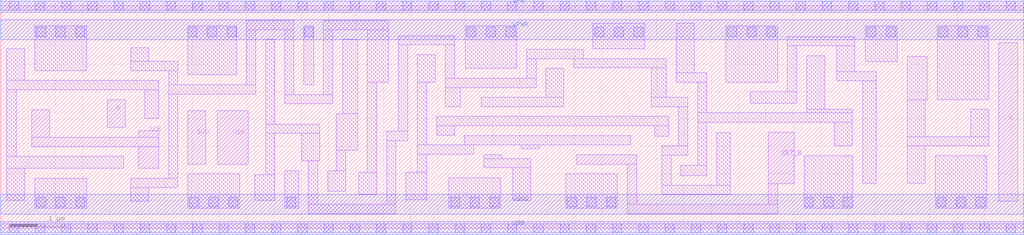
<source format=lef>
# Copyright 2020 The SkyWater PDK Authors
#
# Licensed under the Apache License, Version 2.0 (the "License");
# you may not use this file except in compliance with the License.
# You may obtain a copy of the License at
#
#     https://www.apache.org/licenses/LICENSE-2.0
#
# Unless required by applicable law or agreed to in writing, software
# distributed under the License is distributed on an "AS IS" BASIS,
# WITHOUT WARRANTIES OR CONDITIONS OF ANY KIND, either express or implied.
# See the License for the specific language governing permissions and
# limitations under the License.
#
# SPDX-License-Identifier: Apache-2.0

VERSION 5.7 ;
  NAMESCASESENSITIVE ON ;
  NOWIREEXTENSIONATPIN ON ;
  DIVIDERCHAR "/" ;
  BUSBITCHARS "[]" ;
UNITS
  DATABASE MICRONS 200 ;
END UNITS
MACRO sky130_fd_sc_hvl__sdfstp_1
  CLASS CORE ;
  SOURCE USER ;
  FOREIGN sky130_fd_sc_hvl__sdfstp_1 ;
  ORIGIN  0.000000  0.000000 ;
  SIZE  18.72000 BY  4.070000 ;
  SYMMETRY X Y ;
  SITE unithv ;
  PIN D
    ANTENNAGATEAREA  0.420000 ;
    DIRECTION INPUT ;
    USE SIGNAL ;
    PORT
      LAYER li1 ;
        RECT 1.945000 1.845000 2.275000 2.355000 ;
    END
  END D
  PIN Q
    ANTENNADIFFAREA  0.478750 ;
    DIRECTION OUTPUT ;
    USE SIGNAL ;
    PORT
      LAYER li1 ;
        RECT 18.260000 0.495000 18.610000 3.395000 ;
    END
  END Q
  PIN SCD
    ANTENNAGATEAREA  0.420000 ;
    DIRECTION INPUT ;
    USE SIGNAL ;
    PORT
      LAYER li1 ;
        RECT 3.420000 1.175000 3.750000 2.150000 ;
    END
  END SCD
  PIN SCE
    ANTENNAGATEAREA  0.840000 ;
    DIRECTION INPUT ;
    USE SIGNAL ;
    PORT
      LAYER li1 ;
        RECT 0.565000 1.495000 2.890000 1.665000 ;
        RECT 0.565000 1.665000 0.895000 2.165000 ;
        RECT 2.525000 1.095000 2.890000 1.495000 ;
        RECT 2.525000 1.665000 2.890000 1.780000 ;
    END
  END SCE
  PIN SET_B
    ANTENNAGATEAREA  0.840000 ;
    DIRECTION INPUT ;
    USE SIGNAL ;
    PORT
      LAYER li1 ;
        RECT 10.535000 1.175000 11.635000 1.345000 ;
        RECT 11.465000 0.265000 14.215000 0.435000 ;
        RECT 11.465000 0.435000 11.635000 1.175000 ;
        RECT 14.045000 0.435000 14.215000 0.810000 ;
        RECT 14.045000 0.810000 14.520000 1.760000 ;
    END
  END SET_B
  PIN CLK
    ANTENNAGATEAREA  0.585000 ;
    DIRECTION INPUT ;
    USE CLOCK ;
    PORT
      LAYER li1 ;
        RECT 3.965000 1.175000 4.525000 2.150000 ;
    END
  END CLK
  PIN VGND
    DIRECTION INOUT ;
    USE GROUND ;
    PORT
      LAYER met1 ;
        RECT 0.000000 0.255000 18.720000 0.625000 ;
    END
  END VGND
  PIN VNB
    DIRECTION INOUT ;
    USE GROUND ;
    PORT
      LAYER met1 ;
        RECT 0.000000 -0.115000 18.720000 0.115000 ;
    END
  END VNB
  PIN VPB
    DIRECTION INOUT ;
    USE POWER ;
    PORT
      LAYER met1 ;
        RECT 0.000000 3.955000 18.720000 4.185000 ;
    END
  END VPB
  PIN VPWR
    DIRECTION INOUT ;
    USE POWER ;
    PORT
      LAYER met1 ;
        RECT 0.000000 3.445000 18.720000 3.815000 ;
    END
  END VPWR
  OBS
    LAYER li1 ;
      RECT  0.000000 -0.085000 18.720000 0.085000 ;
      RECT  0.000000  3.985000 18.720000 4.155000 ;
      RECT  0.110000  0.515000  0.440000 1.095000 ;
      RECT  0.110000  1.095000  2.255000 1.315000 ;
      RECT  0.110000  1.315000  0.280000 2.535000 ;
      RECT  0.110000  2.535000  2.890000 2.705000 ;
      RECT  0.110000  2.705000  0.440000 3.285000 ;
      RECT  0.620000  0.365000  1.570000 0.915000 ;
      RECT  0.620000  2.885000  1.570000 3.705000 ;
      RECT  2.380000  0.495000  2.710000 0.745000 ;
      RECT  2.380000  0.745000  3.240000 0.915000 ;
      RECT  2.380000  2.885000  3.240000 3.055000 ;
      RECT  2.380000  3.055000  2.710000 3.305000 ;
      RECT  2.635000  2.015000  2.890000 2.535000 ;
      RECT  3.070000  0.915000  3.240000 2.455000 ;
      RECT  3.070000  2.455000  4.665000 2.625000 ;
      RECT  3.070000  2.625000  3.240000 2.885000 ;
      RECT  3.420000  0.365000  4.370000 0.995000 ;
      RECT  3.420000  2.805000  4.315000 3.705000 ;
      RECT  4.495000  2.625000  4.665000 3.635000 ;
      RECT  4.495000  3.635000  5.365000 3.805000 ;
      RECT  4.650000  0.515000  5.015000 0.975000 ;
      RECT  4.845000  0.975000  5.015000 1.735000 ;
      RECT  4.845000  1.735000  5.835000 1.905000 ;
      RECT  4.845000  1.905000  5.015000 3.455000 ;
      RECT  5.195000  2.275000  6.075000 2.445000 ;
      RECT  5.195000  2.445000  5.365000 3.635000 ;
      RECT  5.200000  0.365000  5.450000 1.055000 ;
      RECT  5.505000  1.235000  5.835000 1.735000 ;
      RECT  5.545000  2.625000  5.725000 3.705000 ;
      RECT  5.630000  0.265000  7.230000 0.435000 ;
      RECT  5.630000  0.435000  5.800000 1.235000 ;
      RECT  5.905000  2.445000  6.075000 3.635000 ;
      RECT  5.905000  3.635000  7.095000 3.805000 ;
      RECT  5.980000  0.675000  6.310000 1.055000 ;
      RECT  6.140000  1.055000  6.310000 1.425000 ;
      RECT  6.140000  1.425000  6.530000 2.095000 ;
      RECT  6.255000  2.095000  6.530000 3.455000 ;
      RECT  6.550000  0.615000  6.880000 1.025000 ;
      RECT  6.710000  1.025000  6.880000 2.675000 ;
      RECT  6.710000  2.675000  7.095000 3.635000 ;
      RECT  7.060000  0.435000  7.230000 1.605000 ;
      RECT  7.060000  1.605000  7.445000 1.775000 ;
      RECT  7.275000  1.775000  7.445000 3.355000 ;
      RECT  7.275000  3.355000  8.305000 3.525000 ;
      RECT  7.410000  0.525000  7.795000 1.025000 ;
      RECT  7.625000  1.025000  7.795000 1.355000 ;
      RECT  7.625000  1.355000  8.655000 1.525000 ;
      RECT  7.625000  1.525000  7.795000 2.675000 ;
      RECT  7.625000  2.675000  7.955000 3.175000 ;
      RECT  7.975000  1.705000  8.305000 1.875000 ;
      RECT  7.975000  1.875000 12.220000 2.045000 ;
      RECT  8.135000  2.225000  8.410000 2.575000 ;
      RECT  8.135000  2.575000  9.795000 2.745000 ;
      RECT  8.135000  2.745000  8.305000 3.355000 ;
      RECT  8.200000  0.365000  9.150000 0.925000 ;
      RECT  8.485000  1.525000 11.525000 1.695000 ;
      RECT  8.495000  2.925000  9.445000 3.705000 ;
      RECT  8.790000  2.225000 10.305000 2.395000 ;
      RECT  8.835000  1.105000  9.700000 1.275000 ;
      RECT  8.835000  1.275000  9.165000 1.345000 ;
      RECT  9.370000  0.515000  9.700000 1.105000 ;
      RECT  9.520000  1.455000  9.850000 1.525000 ;
      RECT  9.625000  2.745000  9.795000 3.105000 ;
      RECT  9.625000  3.105000 10.655000 3.275000 ;
      RECT  9.975000  2.395000 10.305000 2.925000 ;
      RECT 10.335000  0.365000 11.285000 0.995000 ;
      RECT 10.485000  2.935000 12.180000 3.105000 ;
      RECT 10.835000  3.285000 11.785000 3.755000 ;
      RECT 11.905000  2.225000 12.570000 2.395000 ;
      RECT 11.905000  2.395000 12.180000 2.935000 ;
      RECT 11.970000  1.685000 12.220000 1.875000 ;
      RECT 12.095000  0.615000 13.350000 0.785000 ;
      RECT 12.095000  0.785000 12.265000 1.335000 ;
      RECT 12.095000  1.335000 12.570000 1.505000 ;
      RECT 12.360000  2.675000 12.920000 2.845000 ;
      RECT 12.360000  2.845000 12.690000 3.755000 ;
      RECT 12.400000  1.505000 12.570000 2.225000 ;
      RECT 12.445000  0.965000 12.920000 1.155000 ;
      RECT 12.750000  1.155000 12.920000 1.940000 ;
      RECT 12.750000  1.940000 15.585000 2.110000 ;
      RECT 12.750000  2.110000 12.920000 2.675000 ;
      RECT 13.100000  0.785000 13.350000 1.745000 ;
      RECT 13.265000  2.675000 14.215000 3.705000 ;
      RECT 13.710000  2.290000 14.565000 2.495000 ;
      RECT 14.395000  2.495000 14.565000 3.335000 ;
      RECT 14.395000  3.335000 15.625000 3.505000 ;
      RECT 14.700000  0.365000 15.590000 1.325000 ;
      RECT 14.745000  2.110000 15.585000 2.175000 ;
      RECT 14.745000  2.175000 15.075000 3.155000 ;
      RECT 15.255000  1.505000 15.585000 1.940000 ;
      RECT 15.295000  2.695000 16.020000 2.865000 ;
      RECT 15.295000  2.865000 15.625000 3.335000 ;
      RECT 15.770000  0.825000 16.020000 2.695000 ;
      RECT 15.815000  3.045000 16.405000 3.705000 ;
      RECT 16.585000  0.825000 16.915000 1.505000 ;
      RECT 16.585000  1.505000 18.080000 1.675000 ;
      RECT 16.585000  1.675000 16.915000 2.355000 ;
      RECT 16.585000  2.355000 16.955000 3.145000 ;
      RECT 17.095000  0.365000 18.045000 1.325000 ;
      RECT 17.135000  2.355000 18.080000 3.705000 ;
      RECT 17.750000  1.675000 18.080000 2.175000 ;
    LAYER mcon ;
      RECT  0.155000 -0.085000  0.325000 0.085000 ;
      RECT  0.155000  3.985000  0.325000 4.155000 ;
      RECT  0.635000 -0.085000  0.805000 0.085000 ;
      RECT  0.635000  3.985000  0.805000 4.155000 ;
      RECT  0.650000  0.395000  0.820000 0.565000 ;
      RECT  0.650000  3.505000  0.820000 3.675000 ;
      RECT  1.010000  0.395000  1.180000 0.565000 ;
      RECT  1.010000  3.505000  1.180000 3.675000 ;
      RECT  1.115000 -0.085000  1.285000 0.085000 ;
      RECT  1.115000  3.985000  1.285000 4.155000 ;
      RECT  1.370000  0.395000  1.540000 0.565000 ;
      RECT  1.370000  3.505000  1.540000 3.675000 ;
      RECT  1.595000 -0.085000  1.765000 0.085000 ;
      RECT  1.595000  3.985000  1.765000 4.155000 ;
      RECT  2.075000 -0.085000  2.245000 0.085000 ;
      RECT  2.075000  3.985000  2.245000 4.155000 ;
      RECT  2.555000 -0.085000  2.725000 0.085000 ;
      RECT  2.555000  3.985000  2.725000 4.155000 ;
      RECT  3.035000 -0.085000  3.205000 0.085000 ;
      RECT  3.035000  3.985000  3.205000 4.155000 ;
      RECT  3.420000  3.505000  3.590000 3.675000 ;
      RECT  3.450000  0.395000  3.620000 0.565000 ;
      RECT  3.515000 -0.085000  3.685000 0.085000 ;
      RECT  3.515000  3.985000  3.685000 4.155000 ;
      RECT  3.780000  3.505000  3.950000 3.675000 ;
      RECT  3.810000  0.395000  3.980000 0.565000 ;
      RECT  3.995000 -0.085000  4.165000 0.085000 ;
      RECT  3.995000  3.985000  4.165000 4.155000 ;
      RECT  4.140000  3.505000  4.310000 3.675000 ;
      RECT  4.170000  0.395000  4.340000 0.565000 ;
      RECT  4.475000 -0.085000  4.645000 0.085000 ;
      RECT  4.475000  3.985000  4.645000 4.155000 ;
      RECT  4.955000 -0.085000  5.125000 0.085000 ;
      RECT  4.955000  3.985000  5.125000 4.155000 ;
      RECT  5.230000  0.395000  5.400000 0.565000 ;
      RECT  5.435000 -0.085000  5.605000 0.085000 ;
      RECT  5.435000  3.985000  5.605000 4.155000 ;
      RECT  5.550000  3.505000  5.720000 3.675000 ;
      RECT  5.915000 -0.085000  6.085000 0.085000 ;
      RECT  5.915000  3.985000  6.085000 4.155000 ;
      RECT  6.395000 -0.085000  6.565000 0.085000 ;
      RECT  6.395000  3.985000  6.565000 4.155000 ;
      RECT  6.875000 -0.085000  7.045000 0.085000 ;
      RECT  6.875000  3.985000  7.045000 4.155000 ;
      RECT  7.355000 -0.085000  7.525000 0.085000 ;
      RECT  7.355000  3.985000  7.525000 4.155000 ;
      RECT  7.835000 -0.085000  8.005000 0.085000 ;
      RECT  7.835000  3.985000  8.005000 4.155000 ;
      RECT  8.230000  0.395000  8.400000 0.565000 ;
      RECT  8.315000 -0.085000  8.485000 0.085000 ;
      RECT  8.315000  3.985000  8.485000 4.155000 ;
      RECT  8.525000  3.505000  8.695000 3.675000 ;
      RECT  8.590000  0.395000  8.760000 0.565000 ;
      RECT  8.795000 -0.085000  8.965000 0.085000 ;
      RECT  8.795000  3.985000  8.965000 4.155000 ;
      RECT  8.885000  3.505000  9.055000 3.675000 ;
      RECT  8.950000  0.395000  9.120000 0.565000 ;
      RECT  9.245000  3.505000  9.415000 3.675000 ;
      RECT  9.275000 -0.085000  9.445000 0.085000 ;
      RECT  9.275000  3.985000  9.445000 4.155000 ;
      RECT  9.755000 -0.085000  9.925000 0.085000 ;
      RECT  9.755000  3.985000  9.925000 4.155000 ;
      RECT 10.235000 -0.085000 10.405000 0.085000 ;
      RECT 10.235000  3.985000 10.405000 4.155000 ;
      RECT 10.365000  0.395000 10.535000 0.565000 ;
      RECT 10.715000 -0.085000 10.885000 0.085000 ;
      RECT 10.715000  3.985000 10.885000 4.155000 ;
      RECT 10.725000  0.395000 10.895000 0.565000 ;
      RECT 10.865000  3.505000 11.035000 3.675000 ;
      RECT 11.085000  0.395000 11.255000 0.565000 ;
      RECT 11.195000 -0.085000 11.365000 0.085000 ;
      RECT 11.195000  3.985000 11.365000 4.155000 ;
      RECT 11.225000  3.505000 11.395000 3.675000 ;
      RECT 11.585000  3.505000 11.755000 3.675000 ;
      RECT 11.675000 -0.085000 11.845000 0.085000 ;
      RECT 11.675000  3.985000 11.845000 4.155000 ;
      RECT 12.155000 -0.085000 12.325000 0.085000 ;
      RECT 12.155000  3.985000 12.325000 4.155000 ;
      RECT 12.635000 -0.085000 12.805000 0.085000 ;
      RECT 12.635000  3.985000 12.805000 4.155000 ;
      RECT 13.115000 -0.085000 13.285000 0.085000 ;
      RECT 13.115000  3.985000 13.285000 4.155000 ;
      RECT 13.295000  3.505000 13.465000 3.675000 ;
      RECT 13.595000 -0.085000 13.765000 0.085000 ;
      RECT 13.595000  3.985000 13.765000 4.155000 ;
      RECT 13.655000  3.505000 13.825000 3.675000 ;
      RECT 14.015000  3.505000 14.185000 3.675000 ;
      RECT 14.075000 -0.085000 14.245000 0.085000 ;
      RECT 14.075000  3.985000 14.245000 4.155000 ;
      RECT 14.555000 -0.085000 14.725000 0.085000 ;
      RECT 14.555000  3.985000 14.725000 4.155000 ;
      RECT 14.700000  0.395000 14.870000 0.565000 ;
      RECT 15.035000 -0.085000 15.205000 0.085000 ;
      RECT 15.035000  3.985000 15.205000 4.155000 ;
      RECT 15.060000  0.395000 15.230000 0.565000 ;
      RECT 15.420000  0.395000 15.590000 0.565000 ;
      RECT 15.515000 -0.085000 15.685000 0.085000 ;
      RECT 15.515000  3.985000 15.685000 4.155000 ;
      RECT 15.845000  3.505000 16.015000 3.675000 ;
      RECT 15.995000 -0.085000 16.165000 0.085000 ;
      RECT 15.995000  3.985000 16.165000 4.155000 ;
      RECT 16.205000  3.505000 16.375000 3.675000 ;
      RECT 16.475000 -0.085000 16.645000 0.085000 ;
      RECT 16.475000  3.985000 16.645000 4.155000 ;
      RECT 16.955000 -0.085000 17.125000 0.085000 ;
      RECT 16.955000  3.985000 17.125000 4.155000 ;
      RECT 17.125000  0.395000 17.295000 0.565000 ;
      RECT 17.160000  3.505000 17.330000 3.675000 ;
      RECT 17.435000 -0.085000 17.605000 0.085000 ;
      RECT 17.435000  3.985000 17.605000 4.155000 ;
      RECT 17.485000  0.395000 17.655000 0.565000 ;
      RECT 17.520000  3.505000 17.690000 3.675000 ;
      RECT 17.845000  0.395000 18.015000 0.565000 ;
      RECT 17.880000  3.505000 18.050000 3.675000 ;
      RECT 17.915000 -0.085000 18.085000 0.085000 ;
      RECT 17.915000  3.985000 18.085000 4.155000 ;
      RECT 18.395000 -0.085000 18.565000 0.085000 ;
      RECT 18.395000  3.985000 18.565000 4.155000 ;
  END
END sky130_fd_sc_hvl__sdfstp_1
END LIBRARY

</source>
